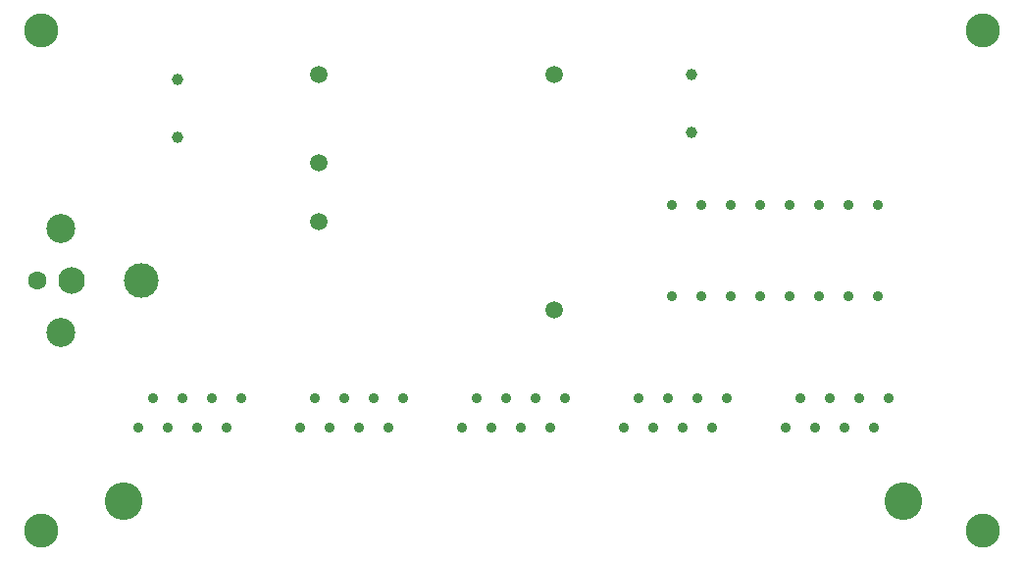
<source format=gbr>
G04 Generated by Ultiboard 14.1 *
%FSLAX24Y24*%
%MOIN*%

%ADD10C,0.0001*%
%ADD11C,0.0350*%
%ADD12C,0.1280*%
%ADD13C,0.1160*%
%ADD14C,0.0591*%
%ADD15C,0.0394*%
%ADD16C,0.0984*%
%ADD17C,0.0630*%
%ADD18C,0.0906*%
%ADD19C,0.1181*%


G04 ColorRGB 000000 for the following layer *
%LNDrill-Copper Top-Copper Bottom*%
%LPD*%
G54D11*
X22920Y9460D03*
X23920Y9460D03*
X24920Y9460D03*
X25920Y9460D03*
X26920Y9460D03*
X27920Y9460D03*
X28920Y9460D03*
X29920Y9460D03*
X22920Y12558D03*
X23920Y12558D03*
X24920Y12558D03*
X25920Y12558D03*
X26920Y12558D03*
X27920Y12558D03*
X28920Y12558D03*
X29920Y12558D03*
X5780Y4990D03*
X6780Y4990D03*
X7780Y4990D03*
X4780Y4990D03*
X5280Y5990D03*
X6280Y5990D03*
X7280Y5990D03*
X8280Y5990D03*
X10280Y4990D03*
X11280Y4990D03*
X12280Y4990D03*
X13280Y4990D03*
X10780Y5990D03*
X11780Y5990D03*
X12780Y5990D03*
X13780Y5990D03*
X15780Y4990D03*
X16780Y4990D03*
X17780Y4990D03*
X18780Y4990D03*
X16280Y5990D03*
X17280Y5990D03*
X18280Y5990D03*
X19280Y5990D03*
X21280Y4990D03*
X22280Y4990D03*
X23280Y4990D03*
X24280Y4990D03*
X21780Y5990D03*
X22780Y5990D03*
X23780Y5990D03*
X24780Y5990D03*
X26780Y4990D03*
X27780Y4990D03*
X28780Y4990D03*
X29780Y4990D03*
X27280Y5990D03*
X28280Y5990D03*
X29280Y5990D03*
X30280Y5990D03*
G54D12*
X4280Y2490D03*
X30780Y2490D03*
G54D13*
X1500Y1500D03*
X33500Y1500D03*
X33500Y18500D03*
X1500Y18500D03*
G54D14*
X10920Y14010D03*
X10920Y12010D03*
X18920Y9010D03*
X18920Y17010D03*
X10920Y17010D03*
G54D15*
X6110Y14860D03*
X6110Y16829D03*
X23580Y15040D03*
X23580Y17009D03*
G54D16*
X2144Y8228D03*
X2144Y11772D03*
G54D17*
X1357Y10000D03*
G54D18*
X2538Y10000D03*
G54D19*
X4900Y10000D03*

M02*

</source>
